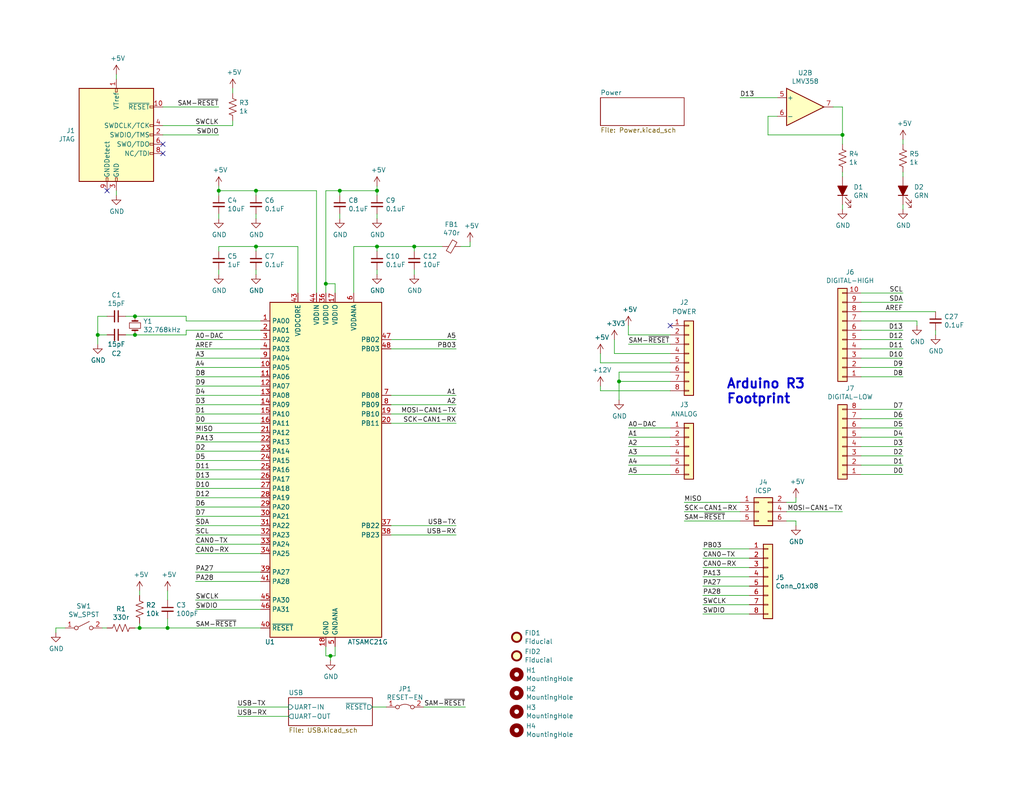
<source format=kicad_sch>
(kicad_sch (version 20210406) (generator eeschema)
  (paper "A")
  (title_block (title "Uno") (date "2021-05-01") (rev "v1.0.0") (company "FortyTwo Systems") (comment 1 "www.fortytwosystems.com"))
  (lib_symbols
    (symbol "Amplifier_Operational:LMV358" (pin_names (offset 0.127))
      (property "Reference" "U" (at 0 5.08 0))
      (property "Value" "LMV358" (at 0 -5.08 0))
      (symbol "LMV358_1_1"
        (polyline (pts (xy -5.08 5.08) (xy 5.08 0) (xy -5.08 -5.08) (xy -5.08 5.08)) (stroke (width 0.254)) (fill (type background)))
        (pin output line (at 7.62 0 180) (length 2.54) (name "~") (number "1"))
        (pin input line (at -7.62 -2.54 0) (length 2.54) (name "-") (number "2"))
        (pin input line (at -7.62 2.54 0) (length 2.54) (name "+") (number "3"))
      )
      (symbol "LMV358_2_1"
        (polyline (pts (xy -5.08 5.08) (xy 5.08 0) (xy -5.08 -5.08) (xy -5.08 5.08)) (stroke (width 0.254)) (fill (type background)))
        (pin input line (at -7.62 2.54 0) (length 2.54) (name "+") (number "5"))
        (pin input line (at -7.62 -2.54 0) (length 2.54) (name "-") (number "6"))
        (pin output line (at 7.62 0 180) (length 2.54) (name "~") (number "7"))
      )
      (symbol "LMV358_3_1"
        (pin power_in line (at -2.54 -7.62 90) (length 3.81) (name "V-") (number "4"))
        (pin power_in line (at -2.54 7.62 270) (length 3.81) (name "V+") (number "8"))
      )
    )
    (symbol "Connector:Conn_ARM_JTAG_SWD_10" (pin_names (offset 1.016))
      (property "Reference" "J" (at -2.54 16.51 0))
      (property "Value" "Conn_ARM_JTAG_SWD_10" (at -2.54 13.97 0))
      (symbol "Conn_ARM_JTAG_SWD_10_0_1"
        (rectangle (start -2.794 -12.7) (end -2.286 -11.684))
        (rectangle (start -0.254 -12.7) (end 0.254 -11.684))
        (rectangle (start -0.254 12.7) (end 0.254 11.684))
        (rectangle (start 9.144 2.286) (end 10.16 2.794))
        (rectangle (start 10.16 -2.794) (end 9.144 -2.286))
        (rectangle (start 10.16 -0.254) (end 9.144 0.254))
        (rectangle (start 10.16 7.874) (end 9.144 7.366))
        (rectangle (start -10.16 12.7) (end 10.16 -12.7) (stroke (width 0.254)) (fill (type background)))
      )
      (symbol "Conn_ARM_JTAG_SWD_10_1_1"
        (rectangle (start 9.144 -5.334) (end 10.16 -4.826))
        (pin power_in line (at 0 15.24 270) (length 2.54) (name "VTref") (number "1"))
        (pin open_collector line (at 12.7 7.62 180) (length 2.54) (name "~RESET~") (number "10"))
        (pin bidirectional line (at 12.7 0 180) (length 2.54) (name "SWDIO/TMS") (number "2"))
        (pin power_in line (at 0 -15.24 90) (length 2.54) (name "GND") (number "3"))
        (pin output line (at 12.7 2.54 180) (length 2.54) (name "SWDCLK/TCK") (number "4"))
        (pin passive line (at 0 -15.24 90) (length 2.54) hide (name "GND") (number "5"))
        (pin input line (at 12.7 -2.54 180) (length 2.54) (name "SWO/TDO") (number "6"))
        (pin no_connect line (at -10.16 0 0) (length 2.54) hide (name "KEY") (number "7"))
        (pin output line (at 12.7 -5.08 180) (length 2.54) (name "NC/TDI") (number "8"))
        (pin passive line (at -2.54 -15.24 90) (length 2.54) (name "GNDDetect") (number "9"))
      )
    )
    (symbol "Connector_Generic:Conn_01x06" (pin_names (offset 1.016) hide)
      (property "Reference" "J" (at 0 7.62 0))
      (property "Value" "Conn_01x06" (at 0 -10.16 0))
      (symbol "Conn_01x06_1_1"
        (rectangle (start -1.27 -7.493) (end 0 -7.747) (stroke (width 0.1524)))
        (rectangle (start -1.27 -4.953) (end 0 -5.207) (stroke (width 0.1524)))
        (rectangle (start -1.27 -2.413) (end 0 -2.667) (stroke (width 0.1524)))
        (rectangle (start -1.27 0.127) (end 0 -0.127) (stroke (width 0.1524)))
        (rectangle (start -1.27 2.667) (end 0 2.413) (stroke (width 0.1524)))
        (rectangle (start -1.27 5.207) (end 0 4.953) (stroke (width 0.1524)))
        (rectangle (start -1.27 6.35) (end 1.27 -8.89) (stroke (width 0.254)) (fill (type background)))
        (pin passive line (at -5.08 5.08 0) (length 3.81) (name "Pin_1") (number "1"))
        (pin passive line (at -5.08 2.54 0) (length 3.81) (name "Pin_2") (number "2"))
        (pin passive line (at -5.08 0 0) (length 3.81) (name "Pin_3") (number "3"))
        (pin passive line (at -5.08 -2.54 0) (length 3.81) (name "Pin_4") (number "4"))
        (pin passive line (at -5.08 -5.08 0) (length 3.81) (name "Pin_5") (number "5"))
        (pin passive line (at -5.08 -7.62 0) (length 3.81) (name "Pin_6") (number "6"))
      )
    )
    (symbol "Connector_Generic:Conn_01x08" (pin_names (offset 1.016) hide)
      (property "Reference" "J" (at 0 10.16 0))
      (property "Value" "Conn_01x08" (at 0 -12.7 0))
      (symbol "Conn_01x08_1_1"
        (rectangle (start -1.27 -10.033) (end 0 -10.287) (stroke (width 0.1524)))
        (rectangle (start -1.27 -7.493) (end 0 -7.747) (stroke (width 0.1524)))
        (rectangle (start -1.27 -4.953) (end 0 -5.207) (stroke (width 0.1524)))
        (rectangle (start -1.27 -2.413) (end 0 -2.667) (stroke (width 0.1524)))
        (rectangle (start -1.27 0.127) (end 0 -0.127) (stroke (width 0.1524)))
        (rectangle (start -1.27 2.667) (end 0 2.413) (stroke (width 0.1524)))
        (rectangle (start -1.27 5.207) (end 0 4.953) (stroke (width 0.1524)))
        (rectangle (start -1.27 7.747) (end 0 7.493) (stroke (width 0.1524)))
        (rectangle (start -1.27 8.89) (end 1.27 -11.43) (stroke (width 0.254)) (fill (type background)))
        (pin passive line (at -5.08 7.62 0) (length 3.81) (name "Pin_1") (number "1"))
        (pin passive line (at -5.08 5.08 0) (length 3.81) (name "Pin_2") (number "2"))
        (pin passive line (at -5.08 2.54 0) (length 3.81) (name "Pin_3") (number "3"))
        (pin passive line (at -5.08 0 0) (length 3.81) (name "Pin_4") (number "4"))
        (pin passive line (at -5.08 -2.54 0) (length 3.81) (name "Pin_5") (number "5"))
        (pin passive line (at -5.08 -5.08 0) (length 3.81) (name "Pin_6") (number "6"))
        (pin passive line (at -5.08 -7.62 0) (length 3.81) (name "Pin_7") (number "7"))
        (pin passive line (at -5.08 -10.16 0) (length 3.81) (name "Pin_8") (number "8"))
      )
    )
    (symbol "Connector_Generic:Conn_01x10" (pin_names (offset 1.016) hide)
      (property "Reference" "J" (at 0 12.7 0))
      (property "Value" "Conn_01x10" (at 0 -15.24 0))
      (symbol "Conn_01x10_1_1"
        (rectangle (start -1.27 -12.573) (end 0 -12.827) (stroke (width 0.1524)))
        (rectangle (start -1.27 -10.033) (end 0 -10.287) (stroke (width 0.1524)))
        (rectangle (start -1.27 -7.493) (end 0 -7.747) (stroke (width 0.1524)))
        (rectangle (start -1.27 -4.953) (end 0 -5.207) (stroke (width 0.1524)))
        (rectangle (start -1.27 -2.413) (end 0 -2.667) (stroke (width 0.1524)))
        (rectangle (start -1.27 0.127) (end 0 -0.127) (stroke (width 0.1524)))
        (rectangle (start -1.27 2.667) (end 0 2.413) (stroke (width 0.1524)))
        (rectangle (start -1.27 5.207) (end 0 4.953) (stroke (width 0.1524)))
        (rectangle (start -1.27 7.747) (end 0 7.493) (stroke (width 0.1524)))
        (rectangle (start -1.27 10.287) (end 0 10.033) (stroke (width 0.1524)))
        (rectangle (start -1.27 11.43) (end 1.27 -13.97) (stroke (width 0.254)) (fill (type background)))
        (pin passive line (at -5.08 10.16 0) (length 3.81) (name "Pin_1") (number "1"))
        (pin passive line (at -5.08 -12.7 0) (length 3.81) (name "Pin_10") (number "10"))
        (pin passive line (at -5.08 7.62 0) (length 3.81) (name "Pin_2") (number "2"))
        (pin passive line (at -5.08 5.08 0) (length 3.81) (name "Pin_3") (number "3"))
        (pin passive line (at -5.08 2.54 0) (length 3.81) (name "Pin_4") (number "4"))
        (pin passive line (at -5.08 0 0) (length 3.81) (name "Pin_5") (number "5"))
        (pin passive line (at -5.08 -2.54 0) (length 3.81) (name "Pin_6") (number "6"))
        (pin passive line (at -5.08 -5.08 0) (length 3.81) (name "Pin_7") (number "7"))
        (pin passive line (at -5.08 -7.62 0) (length 3.81) (name "Pin_8") (number "8"))
        (pin passive line (at -5.08 -10.16 0) (length 3.81) (name "Pin_9") (number "9"))
      )
    )
    (symbol "Connector_Generic:Conn_02x03_Odd_Even" (pin_names (offset 1.016) hide)
      (property "Reference" "J" (at 1.27 5.08 0))
      (property "Value" "Conn_02x03_Odd_Even" (at 1.27 -5.08 0))
      (symbol "Conn_02x03_Odd_Even_1_1"
        (rectangle (start -1.27 -2.413) (end 0 -2.667) (stroke (width 0.1524)))
        (rectangle (start -1.27 0.127) (end 0 -0.127) (stroke (width 0.1524)))
        (rectangle (start -1.27 2.667) (end 0 2.413) (stroke (width 0.1524)))
        (rectangle (start 3.81 -2.413) (end 2.54 -2.667) (stroke (width 0.1524)))
        (rectangle (start 3.81 0.127) (end 2.54 -0.127) (stroke (width 0.1524)))
        (rectangle (start 3.81 2.667) (end 2.54 2.413) (stroke (width 0.1524)))
        (rectangle (start -1.27 3.81) (end 3.81 -3.81) (stroke (width 0.254)) (fill (type background)))
        (pin passive line (at -5.08 2.54 0) (length 3.81) (name "Pin_1") (number "1"))
        (pin passive line (at 7.62 2.54 180) (length 3.81) (name "Pin_2") (number "2"))
        (pin passive line (at -5.08 0 0) (length 3.81) (name "Pin_3") (number "3"))
        (pin passive line (at 7.62 0 180) (length 3.81) (name "Pin_4") (number "4"))
        (pin passive line (at -5.08 -2.54 0) (length 3.81) (name "Pin_5") (number "5"))
        (pin passive line (at 7.62 -2.54 180) (length 3.81) (name "Pin_6") (number "6"))
      )
    )
    (symbol "Device:C_Small" (pin_numbers hide) (pin_names (offset 0.254) hide)
      (property "Reference" "C" (at 0.254 1.778 0))
      (property "Value" "C_Small" (at 0.254 -2.032 0))
      (symbol "C_Small_0_1"
        (polyline (pts (xy -1.524 -0.508) (xy 1.524 -0.508)) (stroke (width 0.3302)))
        (polyline (pts (xy -1.524 0.508) (xy 1.524 0.508)) (stroke (width 0.3048)))
      )
      (symbol "C_Small_1_1"
        (pin passive line (at 0 2.54 270) (length 2.032) (name "~") (number "1"))
        (pin passive line (at 0 -2.54 90) (length 2.032) (name "~") (number "2"))
      )
    )
    (symbol "Device:Crystal_Small" (pin_numbers hide) (pin_names (offset 1.016) hide)
      (property "Reference" "Y" (at 0 2.54 0))
      (property "Value" "Crystal_Small" (at 0 -2.54 0))
      (symbol "Crystal_Small_0_1"
        (rectangle (start -0.762 -1.524) (end 0.762 1.524))
        (polyline (pts (xy -1.27 -0.762) (xy -1.27 0.762)) (stroke (width 0.381)))
        (polyline (pts (xy 1.27 -0.762) (xy 1.27 0.762)) (stroke (width 0.381)))
      )
      (symbol "Crystal_Small_1_1"
        (pin passive line (at -2.54 0 0) (length 1.27) (name "1") (number "1"))
        (pin passive line (at 2.54 0 180) (length 1.27) (name "2") (number "2"))
      )
    )
    (symbol "Device:R_US" (pin_numbers hide) (pin_names (offset 0))
      (property "Reference" "R" (at 2.54 0 90))
      (property "Value" "R_US" (at -2.54 0 90))
      (symbol "R_US_0_1"
        (polyline (pts (xy 0 -2.286) (xy 0 -2.54)))
        (polyline (pts (xy 0 2.286) (xy 0 2.54)))
        (polyline (pts (xy 0 -0.762) (xy 1.016 -1.143) (xy 0 -1.524) (xy -1.016 -1.905) (xy 0 -2.286)))
        (polyline (pts (xy 0 0.762) (xy 1.016 0.381) (xy 0 0) (xy -1.016 -0.381) (xy 0 -0.762)))
        (polyline (pts (xy 0 2.286) (xy 1.016 1.905) (xy 0 1.524) (xy -1.016 1.143) (xy 0 0.762)))
      )
      (symbol "R_US_1_1"
        (pin passive line (at 0 3.81 270) (length 1.27) (name "~") (number "1"))
        (pin passive line (at 0 -3.81 90) (length 1.27) (name "~") (number "2"))
      )
    )
    (symbol "FortyTwoLabs:ATSAMC21G"
      (property "Reference" "U" (at -13.97 46.99 0))
      (property "Value" "ATSAMC21G" (at 16.51 46.99 0))
      (symbol "ATSAMC21G_0_1"
        (rectangle (start -15.24 45.72) (end 15.24 -45.72) (stroke (width 0.254)) (fill (type background)))
      )
      (symbol "ATSAMC21G_1_1"
        (pin bidirectional line (at -17.78 40.64 0) (length 2.54) (name "PA00") (number "1"))
        (pin bidirectional line (at -17.78 27.94 0) (length 2.54) (name "PA05") (number "10"))
        (pin bidirectional line (at -17.78 25.4 0) (length 2.54) (name "PA06") (number "11"))
        (pin bidirectional line (at -17.78 22.86 0) (length 2.54) (name "PA07") (number "12"))
        (pin bidirectional line (at -17.78 20.32 0) (length 2.54) (name "PA08") (number "13"))
        (pin bidirectional line (at -17.78 17.78 0) (length 2.54) (name "PA09") (number "14"))
        (pin bidirectional line (at -17.78 15.24 0) (length 2.54) (name "PA10") (number "15"))
        (pin bidirectional line (at -17.78 12.7 0) (length 2.54) (name "PA11") (number "16"))
        (pin power_in line (at 2.54 48.26 270) (length 2.54) (name "VDDIO") (number "17"))
        (pin power_in line (at 0 -48.26 90) (length 2.54) (name "GND") (number "18"))
        (pin bidirectional line (at 17.78 15.24 180) (length 2.54) (name "PB10") (number "19"))
        (pin bidirectional line (at -17.78 38.1 0) (length 2.54) (name "PA01") (number "2"))
        (pin bidirectional line (at 17.78 12.7 180) (length 2.54) (name "PB11") (number "20"))
        (pin bidirectional line (at -17.78 10.16 0) (length 2.54) (name "PA12") (number "21"))
        (pin bidirectional line (at -17.78 7.62 0) (length 2.54) (name "PA13") (number "22"))
        (pin bidirectional line (at -17.78 5.08 0) (length 2.54) (name "PA14") (number "23"))
        (pin bidirectional line (at -17.78 2.54 0) (length 2.54) (name "PA15") (number "24"))
        (pin bidirectional line (at -17.78 0 0) (length 2.54) (name "PA16") (number "25"))
        (pin bidirectional line (at -17.78 -2.54 0) (length 2.54) (name "PA17") (number "26"))
        (pin bidirectional line (at -17.78 -5.08 0) (length 2.54) (name "PA18") (number "27"))
        (pin bidirectional line (at -17.78 -7.62 0) (length 2.54) (name "PA19") (number "28"))
        (pin bidirectional line (at -17.78 -10.16 0) (length 2.54) (name "PA20") (number "29"))
        (pin bidirectional line (at -17.78 35.56 0) (length 2.54) (name "PA02") (number "3"))
        (pin bidirectional line (at -17.78 -12.7 0) (length 2.54) (name "PA21") (number "30"))
        (pin bidirectional line (at -17.78 -15.24 0) (length 2.54) (name "PA22") (number "31"))
        (pin bidirectional line (at -17.78 -17.78 0) (length 2.54) (name "PA23") (number "32"))
        (pin bidirectional line (at -17.78 -20.32 0) (length 2.54) (name "PA24") (number "33"))
        (pin bidirectional line (at -17.78 -22.86 0) (length 2.54) (name "PA25") (number "34"))
        (pin passive line (at 0 -48.26 90) (length 2.54) hide (name "GND") (number "35"))
        (pin power_in line (at 0 48.26 270) (length 2.54) (name "VDDIO") (number "36"))
        (pin bidirectional line (at 17.78 -15.24 180) (length 2.54) (name "PB22") (number "37"))
        (pin bidirectional line (at 17.78 -17.78 180) (length 2.54) (name "PB23") (number "38"))
        (pin bidirectional line (at -17.78 -27.94 0) (length 2.54) (name "PA27") (number "39"))
        (pin bidirectional line (at -17.78 33.02 0) (length 2.54) (name "PA03") (number "4"))
        (pin input line (at -17.78 -43.18 0) (length 2.54) (name "~RESET") (number "40"))
        (pin bidirectional line (at -17.78 -30.48 0) (length 2.54) (name "PA28") (number "41"))
        (pin passive line (at 0 -48.26 90) (length 2.54) hide (name "GND") (number "42"))
        (pin power_out line (at -7.62 48.26 270) (length 2.54) (name "VDDCORE") (number "43"))
        (pin power_in line (at -2.54 48.26 270) (length 2.54) (name "VDDIN") (number "44"))
        (pin bidirectional line (at -17.78 -35.56 0) (length 2.54) (name "PA30") (number "45"))
        (pin bidirectional line (at -17.78 -38.1 0) (length 2.54) (name "PA31") (number "46"))
        (pin bidirectional line (at 17.78 35.56 180) (length 2.54) (name "PB02") (number "47"))
        (pin bidirectional line (at 17.78 33.02 180) (length 2.54) (name "PB03") (number "48"))
        (pin power_in line (at 2.54 -48.26 90) (length 2.54) (name "GNDANA") (number "5"))
        (pin power_in line (at 7.62 48.26 270) (length 2.54) (name "VDDANA") (number "6"))
        (pin bidirectional line (at 17.78 20.32 180) (length 2.54) (name "PB08") (number "7"))
        (pin bidirectional line (at 17.78 17.78 180) (length 2.54) (name "PB09") (number "8"))
        (pin bidirectional line (at -17.78 30.48 0) (length 2.54) (name "PA04") (number "9"))
      )
    )
    (symbol "Jumper:Jumper_2_Bridged" (pin_names (offset 0) hide)
      (property "Reference" "JP" (at 0 1.905 0))
      (property "Value" "Jumper_2_Bridged" (at 0 -2.54 0))
      (symbol "Jumper_2_Bridged_0_0"
        (circle (center -2.032 0) (radius 0.508))
        (circle (center 2.032 0) (radius 0.508))
      )
      (symbol "Jumper_2_Bridged_0_1"
        (arc (start -1.524 0.254) (end 1.524 0.254) (radius (at 0 -1.778) (length 2.54) (angles 126.9 53.1)))
      )
      (symbol "Jumper_2_Bridged_1_1"
        (pin passive line (at -5.08 0 0) (length 2.54) (name "A") (number "1"))
        (pin passive line (at 5.08 0 180) (length 2.54) (name "B") (number "2"))
      )
    )
    (symbol "Mechanical:Fiducial"
      (property "Reference" "FID" (at 0 5.08 0))
      (property "Value" "Fiducial" (at 0 3.175 0))
      (symbol "Fiducial_0_1"
        (circle (center 0 0) (radius 1.27) (stroke (width 0.508)) (fill (type background)))
      )
    )
    (symbol "Mechanical:MountingHole" (pin_names (offset 1.016))
      (property "Reference" "H" (at 0 5.08 0))
      (property "Value" "MountingHole" (at 0 3.175 0))
      (symbol "MountingHole_0_1"
        (circle (center 0 0) (radius 1.27) (stroke (width 1.27)))
      )
    )
    (symbol "Switch:SW_SPST" (pin_names (offset 0) hide)
      (property "Reference" "SW" (at 0 3.175 0))
      (property "Value" "SW_SPST" (at 0 -2.54 0))
      (symbol "SW_SPST_0_0"
        (circle (center -2.032 0) (radius 0.508))
        (circle (center 2.032 0) (radius 0.508))
        (polyline (pts (xy -1.524 0.254) (xy 1.524 1.778)))
      )
      (symbol "SW_SPST_1_1"
        (pin passive line (at -5.08 0 0) (length 2.54) (name "A") (number "1"))
        (pin passive line (at 5.08 0 180) (length 2.54) (name "B") (number "2"))
      )
    )
    (symbol "Uno-rescue:Ferrite_Bead_Small-Device" (pin_numbers hide) (pin_names (offset 0))
      (property "Reference" "FB" (at 1.905 1.27 0))
      (property "Value" "Ferrite_Bead_Small-Device" (at 1.905 -1.27 0))
      (symbol "Ferrite_Bead_Small-Device_0_1"
        (polyline (pts (xy 0 -1.27) (xy 0 -0.7874)))
        (polyline (pts (xy 0 0.889) (xy 0 1.2954)))
        (polyline (pts (xy -1.8288 0.2794) (xy -1.1176 1.4986) (xy 1.8288 -0.2032) (xy 1.1176 -1.4224) (xy -1.8288 0.2794)))
      )
      (symbol "Ferrite_Bead_Small-Device_1_1"
        (pin passive line (at 0 2.54 270) (length 1.27) (name "~") (number "1"))
        (pin passive line (at 0 -2.54 90) (length 1.27) (name "~") (number "2"))
      )
    )
    (symbol "Uno-rescue:LED_ALT-Device" (pin_numbers hide) (pin_names (offset 1.016) hide)
      (property "Reference" "D" (at 0 2.54 0))
      (property "Value" "LED_ALT-Device" (at 0 -2.54 0))
      (symbol "LED_ALT-Device_0_1"
        (polyline (pts (xy -1.27 -1.27) (xy -1.27 1.27)) (stroke (width 0.254)))
        (polyline (pts (xy -1.27 0) (xy 1.27 0)))
        (polyline (pts (xy -3.048 -0.762) (xy -4.572 -2.286) (xy -3.81 -2.286) (xy -4.572 -2.286) (xy -4.572 -1.524)))
        (polyline (pts (xy -1.778 -0.762) (xy -3.302 -2.286) (xy -2.54 -2.286) (xy -3.302 -2.286) (xy -3.302 -1.524)))
        (polyline (pts (xy 1.27 -1.27) (xy 1.27 1.27) (xy -1.27 0) (xy 1.27 -1.27)) (stroke (width 0.254)) (fill (type outline)))
      )
      (symbol "LED_ALT-Device_1_1"
        (pin passive line (at -3.81 0 0) (length 2.54) (name "K") (number "1"))
        (pin passive line (at 3.81 0 180) (length 2.54) (name "A") (number "2"))
      )
    )
    (symbol "power:+12V" (power) (pin_names (offset 0))
      (property "Value" "+12V" (at 0 3.556 0))
      (symbol "+12V_0_1"
        (polyline (pts (xy -0.762 1.27) (xy 0 2.54)))
        (polyline (pts (xy 0 0) (xy 0 2.54)))
        (polyline (pts (xy 0 2.54) (xy 0.762 1.27)))
      )
      (symbol "+12V_1_1"
        (pin power_in line (at 0 0 90) (length 0) hide (name "+12V") (number "1"))
      )
    )
    (symbol "power:+3.3V" (power) (pin_names (offset 0))
      (property "Value" "+3.3V" (at 0 3.556 0))
      (symbol "+3.3V_0_1"
        (polyline (pts (xy -0.762 1.27) (xy 0 2.54)))
        (polyline (pts (xy 0 0) (xy 0 2.54)))
        (polyline (pts (xy 0 2.54) (xy 0.762 1.27)))
      )
      (symbol "+3.3V_1_1"
        (pin power_in line (at 0 0 90) (length 0) hide (name "+3V3") (number "1"))
      )
    )
    (symbol "power:+5V" (power) (pin_names (offset 0))
      (property "Value" "+5V" (at 0 3.556 0))
      (symbol "+5V_0_1"
        (polyline (pts (xy -0.762 1.27) (xy 0 2.54)))
        (polyline (pts (xy 0 0) (xy 0 2.54)))
        (polyline (pts (xy 0 2.54) (xy 0.762 1.27)))
      )
      (symbol "+5V_1_1"
        (pin power_in line (at 0 0 90) (length 0) hide (name "+5V") (number "1"))
      )
    )
    (symbol "power:GND" (power) (pin_names (offset 0))
      (property "Value" "GND" (at 0 -3.81 0))
      (symbol "GND_0_1"
        (polyline (pts (xy 0 0) (xy 0 -1.27) (xy 1.27 -1.27) (xy 0 -2.54) (xy -1.27 -1.27) (xy 0 -1.27)))
      )
      (symbol "GND_1_1"
        (pin power_in line (at 0 0 270) (length 0) hide (name "GND") (number "1"))
      )
    )
  )
  (junction (at 26.67 91.44) (diameter 0.9144))
  (junction (at 36.83 86.36) (diameter 0.9144))
  (junction (at 36.83 91.44) (diameter 0.9144))
  (junction (at 38.1 171.45) (diameter 0.9144))
  (junction (at 45.72 171.45) (diameter 0.9144))
  (junction (at 59.69 52.07) (diameter 0.9144))
  (junction (at 69.85 52.07) (diameter 0.9144))
  (junction (at 69.85 67.31) (diameter 0.9144))
  (junction (at 88.9 77.47) (diameter 0.9144))
  (junction (at 90.17 179.07) (diameter 0.9144))
  (junction (at 92.71 52.07) (diameter 0.9144))
  (junction (at 102.87 52.07) (diameter 0.9144))
  (junction (at 102.87 67.31) (diameter 0.9144))
  (junction (at 113.03 67.31) (diameter 0.9144))
  (junction (at 168.91 104.14) (diameter 0.9144))
  (junction (at 229.87 36.83) (diameter 0.9144))
  (no_connect (at 29.21 52.07))
  (no_connect (at 44.45 39.37))
  (no_connect (at 44.45 41.91))
  (no_connect (at 182.88 88.9))
  (wire (pts (xy 15.24 171.45) (xy 15.24 172.72)))
  (wire (pts (xy 17.78 171.45) (xy 15.24 171.45)))
  (wire (pts (xy 26.67 86.36) (xy 26.67 91.44)))
  (wire (pts (xy 26.67 91.44) (xy 26.67 93.98)))
  (wire (pts (xy 26.67 91.44) (xy 29.21 91.44)))
  (wire (pts (xy 27.94 171.45) (xy 29.21 171.45)))
  (wire (pts (xy 29.21 86.36) (xy 26.67 86.36)))
  (wire (pts (xy 31.75 21.59) (xy 31.75 20.32)))
  (wire (pts (xy 31.75 52.07) (xy 31.75 53.34)))
  (wire (pts (xy 36.83 86.36) (xy 34.29 86.36)))
  (wire (pts (xy 36.83 86.36) (xy 50.8 86.36)))
  (wire (pts (xy 36.83 91.44) (xy 34.29 91.44)))
  (wire (pts (xy 36.83 91.44) (xy 50.8 91.44)))
  (wire (pts (xy 36.83 171.45) (xy 38.1 171.45)))
  (wire (pts (xy 38.1 162.56) (xy 38.1 161.29)))
  (wire (pts (xy 38.1 170.18) (xy 38.1 171.45)))
  (wire (pts (xy 38.1 171.45) (xy 45.72 171.45)))
  (wire (pts (xy 44.45 29.21) (xy 59.69 29.21)))
  (wire (pts (xy 44.45 34.29) (xy 63.5 34.29)))
  (wire (pts (xy 44.45 36.83) (xy 59.69 36.83)))
  (wire (pts (xy 45.72 163.83) (xy 45.72 161.29)))
  (wire (pts (xy 45.72 168.91) (xy 45.72 171.45)))
  (wire (pts (xy 45.72 171.45) (xy 71.12 171.45)))
  (wire (pts (xy 50.8 87.63) (xy 50.8 86.36)))
  (wire (pts (xy 50.8 90.17) (xy 50.8 91.44)))
  (wire (pts (xy 53.34 97.79) (xy 71.12 97.79)))
  (wire (pts (xy 53.34 100.33) (xy 71.12 100.33)))
  (wire (pts (xy 53.34 102.87) (xy 71.12 102.87)))
  (wire (pts (xy 53.34 105.41) (xy 71.12 105.41)))
  (wire (pts (xy 53.34 107.95) (xy 71.12 107.95)))
  (wire (pts (xy 53.34 115.57) (xy 71.12 115.57)))
  (wire (pts (xy 53.34 118.11) (xy 71.12 118.11)))
  (wire (pts (xy 53.34 123.19) (xy 71.12 123.19)))
  (wire (pts (xy 53.34 125.73) (xy 71.12 125.73)))
  (wire (pts (xy 53.34 133.35) (xy 71.12 133.35)))
  (wire (pts (xy 53.34 135.89) (xy 71.12 135.89)))
  (wire (pts (xy 53.34 138.43) (xy 71.12 138.43)))
  (wire (pts (xy 53.34 140.97) (xy 71.12 140.97)))
  (wire (pts (xy 53.34 143.51) (xy 71.12 143.51)))
  (wire (pts (xy 53.34 151.13) (xy 71.12 151.13)))
  (wire (pts (xy 53.34 156.21) (xy 71.12 156.21)))
  (wire (pts (xy 53.34 158.75) (xy 71.12 158.75)))
  (wire (pts (xy 59.69 50.8) (xy 59.69 52.07)))
  (wire (pts (xy 59.69 52.07) (xy 69.85 52.07)))
  (wire (pts (xy 59.69 53.34) (xy 59.69 52.07)))
  (wire (pts (xy 59.69 58.42) (xy 59.69 59.69)))
  (wire (pts (xy 59.69 67.31) (xy 69.85 67.31)))
  (wire (pts (xy 59.69 68.58) (xy 59.69 67.31)))
  (wire (pts (xy 59.69 73.66) (xy 59.69 74.93)))
  (wire (pts (xy 63.5 25.4) (xy 63.5 24.13)))
  (wire (pts (xy 63.5 34.29) (xy 63.5 33.02)))
  (wire (pts (xy 64.77 195.58) (xy 78.74 195.58)))
  (wire (pts (xy 69.85 52.07) (xy 86.36 52.07)))
  (wire (pts (xy 69.85 53.34) (xy 69.85 52.07)))
  (wire (pts (xy 69.85 58.42) (xy 69.85 59.69)))
  (wire (pts (xy 69.85 67.31) (xy 81.28 67.31)))
  (wire (pts (xy 69.85 68.58) (xy 69.85 67.31)))
  (wire (pts (xy 69.85 73.66) (xy 69.85 74.93)))
  (wire (pts (xy 71.12 87.63) (xy 50.8 87.63)))
  (wire (pts (xy 71.12 90.17) (xy 50.8 90.17)))
  (wire (pts (xy 71.12 92.71) (xy 53.34 92.71)))
  (wire (pts (xy 71.12 95.25) (xy 53.34 95.25)))
  (wire (pts (xy 71.12 110.49) (xy 53.34 110.49)))
  (wire (pts (xy 71.12 113.03) (xy 53.34 113.03)))
  (wire (pts (xy 71.12 120.65) (xy 53.34 120.65)))
  (wire (pts (xy 71.12 128.27) (xy 53.34 128.27)))
  (wire (pts (xy 71.12 130.81) (xy 53.34 130.81)))
  (wire (pts (xy 71.12 146.05) (xy 53.34 146.05)))
  (wire (pts (xy 71.12 148.59) (xy 53.34 148.59)))
  (wire (pts (xy 71.12 163.83) (xy 53.34 163.83)))
  (wire (pts (xy 71.12 166.37) (xy 53.34 166.37)))
  (wire (pts (xy 78.74 193.04) (xy 64.77 193.04)))
  (wire (pts (xy 81.28 80.01) (xy 81.28 67.31)))
  (wire (pts (xy 86.36 80.01) (xy 86.36 52.07)))
  (wire (pts (xy 88.9 52.07) (xy 88.9 77.47)))
  (wire (pts (xy 88.9 52.07) (xy 92.71 52.07)))
  (wire (pts (xy 88.9 77.47) (xy 88.9 80.01)))
  (wire (pts (xy 88.9 176.53) (xy 88.9 179.07)))
  (wire (pts (xy 88.9 179.07) (xy 90.17 179.07)))
  (wire (pts (xy 90.17 179.07) (xy 91.44 179.07)))
  (wire (pts (xy 90.17 180.34) (xy 90.17 179.07)))
  (wire (pts (xy 91.44 77.47) (xy 88.9 77.47)))
  (wire (pts (xy 91.44 80.01) (xy 91.44 77.47)))
  (wire (pts (xy 91.44 176.53) (xy 91.44 179.07)))
  (wire (pts (xy 92.71 52.07) (xy 92.71 53.34)))
  (wire (pts (xy 92.71 52.07) (xy 102.87 52.07)))
  (wire (pts (xy 92.71 58.42) (xy 92.71 59.69)))
  (wire (pts (xy 96.52 67.31) (xy 102.87 67.31)))
  (wire (pts (xy 96.52 80.01) (xy 96.52 67.31)))
  (wire (pts (xy 102.87 52.07) (xy 102.87 50.8)))
  (wire (pts (xy 102.87 52.07) (xy 102.87 53.34)))
  (wire (pts (xy 102.87 58.42) (xy 102.87 59.69)))
  (wire (pts (xy 102.87 67.31) (xy 113.03 67.31)))
  (wire (pts (xy 102.87 68.58) (xy 102.87 67.31)))
  (wire (pts (xy 102.87 73.66) (xy 102.87 74.93)))
  (wire (pts (xy 105.41 193.04) (xy 101.6 193.04)))
  (wire (pts (xy 106.68 107.95) (xy 124.46 107.95)))
  (wire (pts (xy 106.68 115.57) (xy 124.46 115.57)))
  (wire (pts (xy 106.68 143.51) (xy 124.46 143.51)))
  (wire (pts (xy 106.68 146.05) (xy 124.46 146.05)))
  (wire (pts (xy 113.03 67.31) (xy 120.65 67.31)))
  (wire (pts (xy 113.03 68.58) (xy 113.03 67.31)))
  (wire (pts (xy 113.03 74.93) (xy 113.03 73.66)))
  (wire (pts (xy 115.57 193.04) (xy 127 193.04)))
  (wire (pts (xy 124.46 92.71) (xy 106.68 92.71)))
  (wire (pts (xy 124.46 95.25) (xy 106.68 95.25)))
  (wire (pts (xy 124.46 110.49) (xy 106.68 110.49)))
  (wire (pts (xy 124.46 113.03) (xy 106.68 113.03)))
  (wire (pts (xy 125.73 67.31) (xy 128.27 67.31)))
  (wire (pts (xy 128.27 67.31) (xy 128.27 66.04)))
  (wire (pts (xy 163.83 99.06) (xy 163.83 96.52)))
  (wire (pts (xy 163.83 99.06) (xy 182.88 99.06)))
  (wire (pts (xy 163.83 106.68) (xy 163.83 105.41)))
  (wire (pts (xy 167.64 92.71) (xy 167.64 96.52)))
  (wire (pts (xy 167.64 96.52) (xy 182.88 96.52)))
  (wire (pts (xy 168.91 101.6) (xy 168.91 104.14)))
  (wire (pts (xy 168.91 104.14) (xy 168.91 109.22)))
  (wire (pts (xy 171.45 91.44) (xy 171.45 88.9)))
  (wire (pts (xy 171.45 91.44) (xy 182.88 91.44)))
  (wire (pts (xy 182.88 93.98) (xy 171.45 93.98)))
  (wire (pts (xy 182.88 101.6) (xy 168.91 101.6)))
  (wire (pts (xy 182.88 104.14) (xy 168.91 104.14)))
  (wire (pts (xy 182.88 106.68) (xy 163.83 106.68)))
  (wire (pts (xy 182.88 116.84) (xy 171.45 116.84)))
  (wire (pts (xy 182.88 119.38) (xy 171.45 119.38)))
  (wire (pts (xy 182.88 121.92) (xy 171.45 121.92)))
  (wire (pts (xy 182.88 124.46) (xy 171.45 124.46)))
  (wire (pts (xy 182.88 127) (xy 171.45 127)))
  (wire (pts (xy 182.88 129.54) (xy 171.45 129.54)))
  (wire (pts (xy 186.69 137.16) (xy 201.93 137.16)))
  (wire (pts (xy 186.69 139.7) (xy 201.93 139.7)))
  (wire (pts (xy 186.69 142.24) (xy 201.93 142.24)))
  (wire (pts (xy 191.77 167.64) (xy 204.47 167.64)))
  (wire (pts (xy 201.93 26.67) (xy 212.09 26.67)))
  (wire (pts (xy 204.47 149.86) (xy 191.77 149.86)))
  (wire (pts (xy 204.47 152.4) (xy 191.77 152.4)))
  (wire (pts (xy 204.47 154.94) (xy 191.77 154.94)))
  (wire (pts (xy 204.47 157.48) (xy 191.77 157.48)))
  (wire (pts (xy 204.47 160.02) (xy 191.77 160.02)))
  (wire (pts (xy 204.47 162.56) (xy 191.77 162.56)))
  (wire (pts (xy 204.47 165.1) (xy 191.77 165.1)))
  (wire (pts (xy 209.55 31.75) (xy 209.55 36.83)))
  (wire (pts (xy 209.55 36.83) (xy 229.87 36.83)))
  (wire (pts (xy 212.09 31.75) (xy 209.55 31.75)))
  (wire (pts (xy 214.63 137.16) (xy 217.17 137.16)))
  (wire (pts (xy 214.63 139.7) (xy 229.87 139.7)))
  (wire (pts (xy 214.63 142.24) (xy 217.17 142.24)))
  (wire (pts (xy 217.17 137.16) (xy 217.17 135.89)))
  (wire (pts (xy 217.17 142.24) (xy 217.17 143.51)))
  (wire (pts (xy 229.87 29.21) (xy 227.33 29.21)))
  (wire (pts (xy 229.87 36.83) (xy 229.87 29.21)))
  (wire (pts (xy 229.87 36.83) (xy 229.87 39.37)))
  (wire (pts (xy 229.87 48.26) (xy 229.87 46.99)))
  (wire (pts (xy 229.87 57.15) (xy 229.87 55.88)))
  (wire (pts (xy 234.95 85.09) (xy 255.27 85.09)))
  (wire (pts (xy 234.95 87.63) (xy 250.19 87.63)))
  (wire (pts (xy 246.38 39.37) (xy 246.38 38.1)))
  (wire (pts (xy 246.38 48.26) (xy 246.38 46.99)))
  (wire (pts (xy 246.38 57.15) (xy 246.38 55.88)))
  (wire (pts (xy 246.38 80.01) (xy 234.95 80.01)))
  (wire (pts (xy 246.38 82.55) (xy 234.95 82.55)))
  (wire (pts (xy 246.38 90.17) (xy 234.95 90.17)))
  (wire (pts (xy 246.38 92.71) (xy 234.95 92.71)))
  (wire (pts (xy 246.38 95.25) (xy 234.95 95.25)))
  (wire (pts (xy 246.38 97.79) (xy 234.95 97.79)))
  (wire (pts (xy 246.38 100.33) (xy 234.95 100.33)))
  (wire (pts (xy 246.38 102.87) (xy 234.95 102.87)))
  (wire (pts (xy 246.38 111.76) (xy 234.95 111.76)))
  (wire (pts (xy 246.38 114.3) (xy 234.95 114.3)))
  (wire (pts (xy 246.38 116.84) (xy 234.95 116.84)))
  (wire (pts (xy 246.38 119.38) (xy 234.95 119.38)))
  (wire (pts (xy 246.38 121.92) (xy 234.95 121.92)))
  (wire (pts (xy 246.38 124.46) (xy 234.95 124.46)))
  (wire (pts (xy 246.38 127) (xy 234.95 127)))
  (wire (pts (xy 246.38 129.54) (xy 234.95 129.54)))
  (wire (pts (xy 250.19 87.63) (xy 250.19 88.9)))
  (wire (pts (xy 255.27 90.17) (xy 255.27 91.44)))
  (text "Arduino R3 \nFootprint" (at 198.12 110.49 0) (effects (font (size 2.54 2.54) (thickness 0.508) bold) (justify left bottom)))
  (label "A0-DAC" (at 53.34 92.71 0))
  (label "AREF" (at 53.34 95.25 0))
  (label "A3" (at 53.34 97.79 0))
  (label "A4" (at 53.34 100.33 0))
  (label "D8" (at 53.34 102.87 0))
  (label "D9" (at 53.34 105.41 0))
  (label "D4" (at 53.34 107.95 0))
  (label "D3" (at 53.34 110.49 0))
  (label "D1" (at 53.34 113.03 0))
  (label "D0" (at 53.34 115.57 0))
  (label "MISO" (at 53.34 118.11 0))
  (label "PA13" (at 53.34 120.65 0))
  (label "D2" (at 53.34 123.19 0))
  (label "D5" (at 53.34 125.73 0))
  (label "D11" (at 53.34 128.27 0))
  (label "D13" (at 53.34 130.81 0))
  (label "D10" (at 53.34 133.35 0))
  (label "D12" (at 53.34 135.89 0))
  (label "D6" (at 53.34 138.43 0))
  (label "D7" (at 53.34 140.97 0))
  (label "SDA" (at 53.34 143.51 0))
  (label "SCL" (at 53.34 146.05 0))
  (label "CAN0-TX" (at 53.34 148.59 0))
  (label "CAN0-RX" (at 53.34 151.13 0))
  (label "PA27" (at 53.34 156.21 0))
  (label "PA28" (at 53.34 158.75 0))
  (label "SWCLK" (at 53.34 163.83 0))
  (label "SWDIO" (at 53.34 166.37 0))
  (label "SAM-~RESET~" (at 53.34 171.45 0))
  (label "SAM-~RESET~" (at 59.69 29.21 180))
  (label "SWCLK" (at 59.69 34.29 180))
  (label "SWDIO" (at 59.69 36.83 180))
  (label "USB-TX" (at 64.77 193.04 0))
  (label "USB-RX" (at 64.77 195.58 0))
  (label "A5" (at 124.46 92.71 180))
  (label "PB03" (at 124.46 95.25 180))
  (label "A1" (at 124.46 107.95 180))
  (label "A2" (at 124.46 110.49 180))
  (label "MOSI-CAN1-TX" (at 124.46 113.03 180))
  (label "SCK-CAN1-RX" (at 124.46 115.57 180))
  (label "USB-TX" (at 124.46 143.51 180))
  (label "USB-RX" (at 124.46 146.05 180))
  (label "SAM-~RESET~" (at 127 193.04 180))
  (label "SAM-~RESET~" (at 171.45 93.98 0))
  (label "A0-DAC" (at 171.45 116.84 0))
  (label "A1" (at 171.45 119.38 0))
  (label "A2" (at 171.45 121.92 0))
  (label "A3" (at 171.45 124.46 0))
  (label "A4" (at 171.45 127 0))
  (label "A5" (at 171.45 129.54 0))
  (label "MISO" (at 186.69 137.16 0))
  (label "SCK-CAN1-RX" (at 186.69 139.7 0))
  (label "SAM-~RESET~" (at 186.69 142.24 0))
  (label "PB03" (at 191.77 149.86 0))
  (label "CAN0-TX" (at 191.77 152.4 0))
  (label "CAN0-RX" (at 191.77 154.94 0))
  (label "PA13" (at 191.77 157.48 0))
  (label "PA27" (at 191.77 160.02 0))
  (label "PA28" (at 191.77 162.56 0))
  (label "SWCLK" (at 191.77 165.1 0))
  (label "SWDIO" (at 191.77 167.64 0))
  (label "D13" (at 201.93 26.67 0))
  (label "MOSI-CAN1-TX" (at 229.87 139.7 180))
  (label "SCL" (at 246.38 80.01 180))
  (label "SDA" (at 246.38 82.55 180))
  (label "AREF" (at 246.38 85.09 180))
  (label "D13" (at 246.38 90.17 180))
  (label "D12" (at 246.38 92.71 180))
  (label "D11" (at 246.38 95.25 180))
  (label "D10" (at 246.38 97.79 180))
  (label "D9" (at 246.38 100.33 180))
  (label "D8" (at 246.38 102.87 180))
  (label "D7" (at 246.38 111.76 180))
  (label "D6" (at 246.38 114.3 180))
  (label "D5" (at 246.38 116.84 180))
  (label "D4" (at 246.38 119.38 180))
  (label "D3" (at 246.38 121.92 180))
  (label "D2" (at 246.38 124.46 180))
  (label "D1" (at 246.38 127 180))
  (label "D0" (at 246.38 129.54 180))
  (symbol (lib_id "power:+5V") (at 31.75 20.32 0) (unit 1)
    (property "Reference" "#PWR03" (effects hide))
    (property "Value" "+5V" (at 32.131 15.9258 0))
  )
  (symbol (lib_id "power:+5V") (at 38.1 161.29 0) (unit 1)
    (property "Reference" "#PWR05" (effects hide))
    (property "Value" "+5V" (at 38.481 156.8958 0))
  )
  (symbol (lib_id "power:+5V") (at 45.72 161.29 0) (unit 1)
    (property "Reference" "#PWR06" (effects hide))
    (property "Value" "+5V" (at 46.101 156.8958 0))
  )
  (symbol (lib_id "power:+5V") (at 59.69 50.8 0) (unit 1)
    (property "Reference" "#PWR07" (effects hide))
    (property "Value" "+5V" (at 60.071 46.4058 0))
  )
  (symbol (lib_id "power:+5V") (at 63.5 24.13 0) (unit 1)
    (property "Reference" "#PWR010" (effects hide))
    (property "Value" "+5V" (at 63.881 19.7358 0))
  )
  (symbol (lib_id "power:+5V") (at 102.87 50.8 0) (unit 1)
    (property "Reference" "#PWR0102" (effects hide))
    (property "Value" "+5V" (at 103.251 46.4058 0))
  )
  (symbol (lib_id "power:+5V") (at 128.27 66.04 0) (unit 1)
    (property "Reference" "#PWR020" (effects hide))
    (property "Value" "+5V" (at 128.651 61.6458 0))
  )
  (symbol (lib_id "power:+5V") (at 163.83 96.52 0) (unit 1)
    (property "Reference" "#PWR021" (effects hide))
    (property "Value" "+5V" (at 164.211 92.1258 0))
  )
  (symbol (lib_id "power:+12V") (at 163.83 105.41 0) (unit 1)
    (property "Reference" "#PWR022" (effects hide))
    (property "Value" "+12V" (at 164.211 101.0158 0))
  )
  (symbol (lib_id "power:+3.3V") (at 167.64 92.71 0) (unit 1)
    (property "Reference" "#PWR023" (effects hide))
    (property "Value" "+3.3V" (at 168.021 88.3158 0))
  )
  (symbol (lib_id "power:+5V") (at 171.45 88.9 0) (unit 1)
    (property "Reference" "#PWR025" (effects hide))
    (property "Value" "+5V" (at 171.831 84.5058 0))
  )
  (symbol (lib_id "power:+5V") (at 217.17 135.89 0) (unit 1)
    (property "Reference" "#PWR026" (effects hide))
    (property "Value" "+5V" (at 217.551 131.4958 0))
  )
  (symbol (lib_id "power:+5V") (at 246.38 38.1 0) (unit 1)
    (property "Reference" "#PWR029" (effects hide))
    (property "Value" "+5V" (at 246.761 33.7058 0))
  )
  (symbol (lib_id "power:GND") (at 15.24 172.72 0) (unit 1)
    (property "Reference" "#PWR01" (effects hide))
    (property "Value" "GND" (at 15.367 177.1142 0))
  )
  (symbol (lib_id "power:GND") (at 26.67 93.98 0) (unit 1)
    (property "Reference" "#PWR02" (effects hide))
    (property "Value" "GND" (at 26.797 98.3742 0))
  )
  (symbol (lib_id "power:GND") (at 31.75 53.34 0) (unit 1)
    (property "Reference" "#PWR04" (effects hide))
    (property "Value" "GND" (at 31.877 57.7342 0))
  )
  (symbol (lib_id "power:GND") (at 59.69 59.69 0) (unit 1)
    (property "Reference" "#PWR08" (effects hide))
    (property "Value" "GND" (at 59.817 64.0842 0))
  )
  (symbol (lib_id "power:GND") (at 59.69 74.93 0) (unit 1)
    (property "Reference" "#PWR09" (effects hide))
    (property "Value" "GND" (at 59.817 79.3242 0))
  )
  (symbol (lib_id "power:GND") (at 69.85 59.69 0) (unit 1)
    (property "Reference" "#PWR011" (effects hide))
    (property "Value" "GND" (at 69.977 64.0842 0))
  )
  (symbol (lib_id "power:GND") (at 69.85 74.93 0) (unit 1)
    (property "Reference" "#PWR012" (effects hide))
    (property "Value" "GND" (at 69.977 79.3242 0))
  )
  (symbol (lib_id "power:GND") (at 90.17 180.34 0) (unit 1)
    (property "Reference" "#PWR013" (effects hide))
    (property "Value" "GND" (at 90.297 184.7342 0))
  )
  (symbol (lib_id "power:GND") (at 92.71 59.69 0) (unit 1)
    (property "Reference" "#PWR014" (effects hide))
    (property "Value" "GND" (at 92.837 64.0842 0))
  )
  (symbol (lib_id "power:GND") (at 102.87 59.69 0) (unit 1)
    (property "Reference" "#PWR015" (effects hide))
    (property "Value" "GND" (at 102.997 64.0842 0))
  )
  (symbol (lib_id "power:GND") (at 102.87 74.93 0) (unit 1)
    (property "Reference" "#PWR016" (effects hide))
    (property "Value" "GND" (at 102.997 79.3242 0))
  )
  (symbol (lib_id "power:GND") (at 113.03 74.93 0) (unit 1)
    (property "Reference" "#PWR019" (effects hide))
    (property "Value" "GND" (at 113.157 79.3242 0))
  )
  (symbol (lib_id "power:GND") (at 168.91 109.22 0) (unit 1)
    (property "Reference" "#PWR024" (effects hide))
    (property "Value" "GND" (at 169.037 113.6142 0))
  )
  (symbol (lib_id "power:GND") (at 217.17 143.51 0) (unit 1)
    (property "Reference" "#PWR027" (effects hide))
    (property "Value" "GND" (at 217.297 147.9042 0))
  )
  (symbol (lib_id "power:GND") (at 229.87 57.15 0) (unit 1)
    (property "Reference" "#PWR028" (effects hide))
    (property "Value" "GND" (at 229.997 61.5442 0))
  )
  (symbol (lib_id "power:GND") (at 246.38 57.15 0) (unit 1)
    (property "Reference" "#PWR030" (effects hide))
    (property "Value" "GND" (at 246.507 61.5442 0))
  )
  (symbol (lib_id "power:GND") (at 250.19 88.9 0) (unit 1)
    (property "Reference" "#PWR031" (effects hide))
    (property "Value" "GND" (at 250.317 93.2942 0))
  )
  (symbol (lib_id "power:GND") (at 255.27 91.44 0) (unit 1)
    (property "Reference" "#PWR058" (effects hide))
    (property "Value" "GND" (at 255.397 95.8342 0))
  )
  (symbol (lib_id "Mechanical:Fiducial") (at 140.97 173.99 0) (unit 1)
    (property "Reference" "FID1" (at 143.129 172.8216 0) (effects (justify left)))
    (property "Value" "Fiducial" (at 143.129 175.133 0) (effects (justify left)))
    (property "Footprint" "Fiducial:Fiducial_0.75mm_Mask1.5mm" (effects hide))
  )
  (symbol (lib_id "Mechanical:Fiducial") (at 140.97 179.07 0) (unit 1)
    (property "Reference" "FID2" (at 143.129 177.9016 0) (effects (justify left)))
    (property "Value" "Fiducial" (at 143.129 180.213 0) (effects (justify left)))
    (property "Footprint" "Fiducial:Fiducial_0.75mm_Mask1.5mm" (effects hide))
  )
  (symbol (lib_id "Jumper:Jumper_2_Bridged") (at 110.49 193.04 0) (unit 1)
    (property "Reference" "JP1" (at 110.49 188.087 0))
    (property "Value" "RESET-EN" (at 110.49 190.3984 0))
    (property "Footprint" "Jumper:SolderJumper-2_P1.3mm_Bridged_RoundedPad1.0x1.5mm" (effects hide))
  )
  (symbol (lib_id "Mechanical:MountingHole") (at 140.97 184.15 0) (unit 1)
    (property "Reference" "H1" (at 143.51 182.9816 0) (effects (justify left)))
    (property "Value" "MountingHole" (at 143.51 185.293 0) (effects (justify left)))
    (property "Footprint" "MountingHole:MountingHole_3.2mm_M3" (effects hide))
  )
  (symbol (lib_id "Mechanical:MountingHole") (at 140.97 189.23 0) (unit 1)
    (property "Reference" "H2" (at 143.51 188.0616 0) (effects (justify left)))
    (property "Value" "MountingHole" (at 143.51 190.373 0) (effects (justify left)))
    (property "Footprint" "MountingHole:MountingHole_3.2mm_M3" (effects hide))
  )
  (symbol (lib_id "Mechanical:MountingHole") (at 140.97 194.31 0) (unit 1)
    (property "Reference" "H3" (at 143.51 193.1416 0) (effects (justify left)))
    (property "Value" "MountingHole" (at 143.51 195.453 0) (effects (justify left)))
    (property "Footprint" "MountingHole:MountingHole_3.2mm_M3" (effects hide))
  )
  (symbol (lib_id "Mechanical:MountingHole") (at 140.97 199.39 0) (unit 1)
    (property "Reference" "H4" (at 143.51 198.2216 0) (effects (justify left)))
    (property "Value" "MountingHole" (at 143.51 200.533 0) (effects (justify left)))
    (property "Footprint" "MountingHole:MountingHole_3.2mm_M3" (effects hide))
  )
  (symbol (lib_id "Device:R_US") (at 33.02 171.45 270) (unit 1)
    (property "Reference" "R1" (at 33.02 166.243 90))
    (property "Value" "330r" (at 33.02 168.5544 90))
    (property "Footprint" "Resistor_SMD:R_0603_1608Metric" (effects hide))
  )
  (symbol (lib_id "Device:R_US") (at 38.1 166.37 180) (unit 1)
    (property "Reference" "R2" (at 39.8272 165.2016 0) (effects (justify right)))
    (property "Value" "10k" (at 39.8272 167.513 0) (effects (justify right)))
    (property "Footprint" "Resistor_SMD:R_0603_1608Metric" (effects hide))
  )
  (symbol (lib_id "Device:R_US") (at 63.5 29.21 0) (unit 1)
    (property "Reference" "R3" (at 65.2272 28.0416 0) (effects (justify left)))
    (property "Value" "1k" (at 65.2272 30.353 0) (effects (justify left)))
    (property "Footprint" "Resistor_SMD:R_0603_1608Metric" (effects hide))
  )
  (symbol (lib_id "Device:R_US") (at 229.87 43.18 0) (unit 1)
    (property "Reference" "R4" (at 231.5972 42.0116 0) (effects (justify left)))
    (property "Value" "1k" (at 231.5972 44.323 0) (effects (justify left)))
    (property "Footprint" "Resistor_SMD:R_0603_1608Metric" (effects hide))
  )
  (symbol (lib_id "Device:R_US") (at 246.38 43.18 0) (unit 1)
    (property "Reference" "R5" (at 248.1072 42.0116 0) (effects (justify left)))
    (property "Value" "1k" (at 248.1072 44.323 0) (effects (justify left)))
    (property "Footprint" "Resistor_SMD:R_0603_1608Metric" (effects hide))
  )
  (symbol (lib_id "Device:Crystal_Small") (at 36.83 88.9 270) (unit 1)
    (property "Reference" "Y1" (at 39.0652 87.7316 90) (effects (justify left)))
    (property "Value" "32.768kHz" (at 39.0652 90.043 90) (effects (justify left)))
    (property "Footprint" "Crystal:Crystal_SMD_MicroCrystal_CC7V-T1A-2Pin_3.2x1.5mm" (effects hide))
  )
  (symbol (lib_id "Device:C_Small") (at 31.75 86.36 270) (unit 1)
    (property "Reference" "C1" (at 31.75 80.5434 90))
    (property "Value" "15pF" (at 31.75 82.8548 90))
    (property "Footprint" "Capacitor_SMD:C_0603_1608Metric" (effects hide))
  )
  (symbol (lib_id "Device:C_Small") (at 31.75 91.44 270) (unit 1)
    (property "Reference" "C2" (at 31.75 96.52 90))
    (property "Value" "15pF" (at 31.75 93.98 90))
    (property "Footprint" "Capacitor_SMD:C_0603_1608Metric" (effects hide))
  )
  (symbol (lib_id "Device:C_Small") (at 45.72 166.37 0) (unit 1)
    (property "Reference" "C3" (at 48.0568 165.2016 0) (effects (justify left)))
    (property "Value" "100pF" (at 48.0568 167.513 0) (effects (justify left)))
    (property "Footprint" "Capacitor_SMD:C_0603_1608Metric" (effects hide))
  )
  (symbol (lib_id "Device:C_Small") (at 59.69 55.88 0) (unit 1)
    (property "Reference" "C4" (at 62.0268 54.7116 0) (effects (justify left)))
    (property "Value" "10uF" (at 62.0268 57.023 0) (effects (justify left)))
    (property "Footprint" "Capacitor_SMD:C_0805_2012Metric" (effects hide))
  )
  (symbol (lib_id "Device:C_Small") (at 59.69 71.12 0) (unit 1)
    (property "Reference" "C5" (at 62.0268 69.9516 0) (effects (justify left)))
    (property "Value" "1uF" (at 62.0268 72.263 0) (effects (justify left)))
    (property "Footprint" "Capacitor_SMD:C_0805_2012Metric" (effects hide))
  )
  (symbol (lib_id "Device:C_Small") (at 69.85 55.88 0) (unit 1)
    (property "Reference" "C6" (at 72.1868 54.7116 0) (effects (justify left)))
    (property "Value" "0.1uF" (at 72.1868 57.023 0) (effects (justify left)))
    (property "Footprint" "Capacitor_SMD:C_0603_1608Metric" (effects hide))
  )
  (symbol (lib_id "Device:C_Small") (at 69.85 71.12 0) (unit 1)
    (property "Reference" "C7" (at 72.1868 69.9516 0) (effects (justify left)))
    (property "Value" "0.1uF" (at 72.1868 72.263 0) (effects (justify left)))
    (property "Footprint" "Capacitor_SMD:C_0603_1608Metric" (effects hide))
  )
  (symbol (lib_id "Device:C_Small") (at 92.71 55.88 0) (unit 1)
    (property "Reference" "C8" (at 95.0468 54.7116 0) (effects (justify left)))
    (property "Value" "0.1uF" (at 95.0468 57.023 0) (effects (justify left)))
    (property "Footprint" "Capacitor_SMD:C_0603_1608Metric" (effects hide))
  )
  (symbol (lib_id "Device:C_Small") (at 102.87 55.88 0) (unit 1)
    (property "Reference" "C9" (at 105.2068 54.7116 0) (effects (justify left)))
    (property "Value" "0.1uF" (at 105.2068 57.023 0) (effects (justify left)))
    (property "Footprint" "Capacitor_SMD:C_0603_1608Metric" (effects hide))
  )
  (symbol (lib_id "Device:C_Small") (at 102.87 71.12 0) (unit 1)
    (property "Reference" "C10" (at 105.2068 69.9516 0) (effects (justify left)))
    (property "Value" "0.1uF" (at 105.2068 72.263 0) (effects (justify left)))
    (property "Footprint" "Capacitor_SMD:C_0603_1608Metric" (effects hide))
  )
  (symbol (lib_id "Device:C_Small") (at 113.03 71.12 0) (unit 1)
    (property "Reference" "C12" (at 115.3668 69.9516 0) (effects (justify left)))
    (property "Value" "10uF" (at 115.3668 72.263 0) (effects (justify left)))
    (property "Footprint" "Capacitor_SMD:C_0805_2012Metric" (effects hide))
  )
  (symbol (lib_id "Device:C_Small") (at 255.27 87.63 0) (unit 1)
    (property "Reference" "C27" (at 257.6068 86.4616 0) (effects (justify left)))
    (property "Value" "0.1uF" (at 257.6068 88.773 0) (effects (justify left)))
    (property "Footprint" "Capacitor_SMD:C_0603_1608Metric" (effects hide))
  )
  (symbol (lib_id "Uno-rescue:Ferrite_Bead_Small-Device") (at 123.19 67.31 270) (unit 1)
    (property "Reference" "FB1" (at 123.19 61.2902 90))
    (property "Value" "470r" (at 123.19 63.6016 90))
    (property "Footprint" "Resistor_SMD:R_0603_1608Metric" (effects hide))
  )
  (symbol (lib_id "Switch:SW_SPST") (at 22.86 171.45 0) (unit 1)
    (property "Reference" "SW1" (at 22.86 165.481 0))
    (property "Value" "SW_SPST" (at 22.86 167.7924 0))
    (property "Footprint" "FortyTwoLabs:Button-CK-PTS525" (effects hide))
  )
  (symbol (lib_id "Uno-rescue:LED_ALT-Device") (at 229.87 52.07 90) (unit 1)
    (property "Reference" "D1" (at 232.8672 51.0794 90) (effects (justify right)))
    (property "Value" "GRN" (at 232.8672 53.3908 90) (effects (justify right)))
    (property "Footprint" "LED_SMD:LED_0603_1608Metric" (effects hide))
  )
  (symbol (lib_id "Uno-rescue:LED_ALT-Device") (at 246.38 52.07 90) (unit 1)
    (property "Reference" "D2" (at 249.3772 51.0794 90) (effects (justify right)))
    (property "Value" "GRN" (at 249.3772 53.3908 90) (effects (justify right)))
    (property "Footprint" "LED_SMD:LED_0603_1608Metric" (effects hide))
  )
  (symbol (lib_id "Connector_Generic:Conn_02x03_Odd_Even") (at 207.01 139.7 0) (unit 1)
    (property "Reference" "J4" (at 208.28 131.6482 0))
    (property "Value" "ICSP" (at 208.28 133.9596 0))
    (property "Footprint" "Connector_PinHeader_2.54mm:PinHeader_2x03_P2.54mm_Vertical" (effects hide))
  )
  (symbol (lib_id "Connector_Generic:Conn_01x06") (at 187.96 121.92 0) (unit 1)
    (property "Reference" "J3" (at 186.69 110.49 0))
    (property "Value" "ANALOG" (at 186.69 113.03 0))
    (property "Footprint" "Connector_PinSocket_2.54mm:PinSocket_1x06_P2.54mm_Vertical" (effects hide))
  )
  (symbol (lib_id "Connector_Generic:Conn_01x08") (at 187.96 96.52 0) (unit 1)
    (property "Reference" "J2" (at 186.69 82.55 0))
    (property "Value" "POWER" (at 186.69 85.09 0))
    (property "Footprint" "Connector_PinSocket_2.54mm:PinSocket_1x08_P2.54mm_Vertical" (effects hide))
  )
  (symbol (lib_id "Connector_Generic:Conn_01x08") (at 209.55 157.48 0) (unit 1)
    (property "Reference" "J5" (at 211.582 157.6832 0) (effects (justify left)))
    (property "Value" "Conn_01x08" (at 211.582 159.9946 0) (effects (justify left)))
    (property "Footprint" "Connector_PinHeader_2.54mm:PinHeader_1x08_P2.54mm_Vertical" (effects hide))
  )
  (symbol (lib_id "Connector_Generic:Conn_01x08") (at 229.87 121.92 180) (unit 1)
    (property "Reference" "J7" (at 231.9528 106.045 0))
    (property "Value" "DIGITAL-LOW" (at 231.9528 108.3564 0))
    (property "Footprint" "Connector_PinSocket_2.54mm:PinSocket_1x08_P2.54mm_Vertical" (effects hide))
  )
  (symbol (lib_id "Amplifier_Operational:LMV358") (at 219.71 29.21 0)
    (property "Reference" "U2" (at 219.71 19.8882 0))
    (property "Value" "LMV358" (at 219.71 22.1996 0))
    (property "Footprint" "Package_SO:VSSOP-8_3.0x3.0mm_P0.65mm" (effects hide))
    (property "Datasheet" "http://www.ti.com/lit/ds/symlink/lmv324.pdf" (effects hide))
  )
  (symbol (lib_id "Connector_Generic:Conn_01x10") (at 229.87 92.71 180) (unit 1)
    (property "Reference" "J6" (at 231.9528 74.295 0))
    (property "Value" "DIGITAL-HIGH" (at 231.9528 76.6064 0))
    (property "Footprint" "Connector_PinSocket_2.54mm:PinSocket_1x10_P2.54mm_Vertical" (effects hide))
  )
  (symbol (lib_id "Connector:Conn_ARM_JTAG_SWD_10") (at 31.75 36.83 0) (unit 1)
    (property "Reference" "J1" (at 20.4978 35.6616 0) (effects (justify right)))
    (property "Value" "JTAG" (at 20.4978 37.973 0) (effects (justify right)))
    (property "Footprint" "Connector_PinHeader_1.27mm:PinHeader_2x05_P1.27mm_Vertical" (effects hide))
    (property "Datasheet" "http://infocenter.arm.com/help/topic/com.arm.doc.ddi0314h/DDI0314H_coresight_components_trm.pdf" (effects hide))
  )
  (symbol (lib_id "FortyTwoLabs:ATSAMC21G") (at 88.9 128.27 0) (unit 1)
    (property "Reference" "U1" (at 73.66 175.26 0))
    (property "Value" "ATSAMC21G" (at 100.33 175.26 0))
    (property "Footprint" "Package_QFP:TQFP-48_7x7mm_P0.5mm" (effects hide))
    (property "Datasheet" "http://ww1.microchip.com/downloads/en/DeviceDoc/SAM_D21_DA1_Family_Data%20Sheet_DS40001882E.pdf" (effects hide))
  )
  (sheet (at 163.83 26.67) (size 22.86 7.62)
    (property "Sheet name" "Power" (at 163.83 26.0345 0) (effects (justify left bottom)))
    (property "Sheet file" "Power.kicad_sch" (at 163.83 34.7985 0) (effects (justify left top)))
  )
  (sheet (at 78.74 190.5) (size 22.86 7.62)
    (property "Sheet name" "USB" (at 78.74 189.8645 0) (effects (justify left bottom)))
    (property "Sheet file" "USB.kicad_sch" (at 78.74 198.6285 0) (effects (justify left top)))
    (pin "UART-IN" input (at 78.74 193.04 180))
    (pin "UART-OUT" output (at 78.74 195.58 180))
    (pin "~RESET" output (at 101.6 193.04 0))
  )
)
</source>
